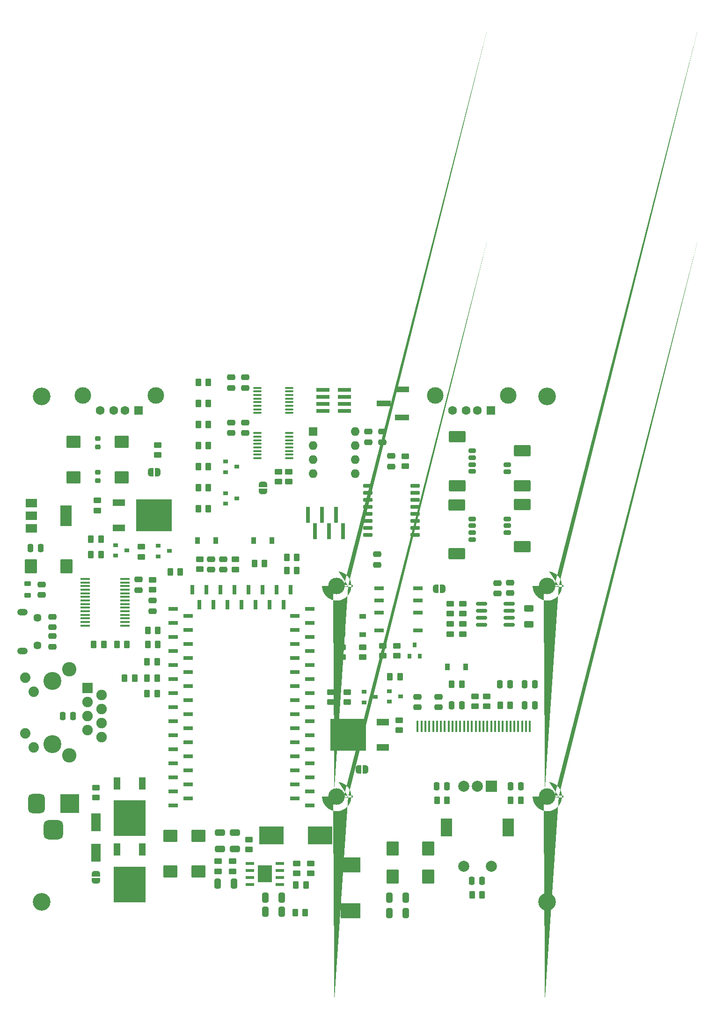
<source format=gbr>
%TF.GenerationSoftware,KiCad,Pcbnew,5.99.0-unknown-e950278637~142~ubuntu18.04.1*%
%TF.CreationDate,2021-10-25T23:56:18+03:00*%
%TF.ProjectId,cdf-1,6364662d-312e-46b6-9963-61645f706362,rev?*%
%TF.SameCoordinates,Original*%
%TF.FileFunction,Soldermask,Bot*%
%TF.FilePolarity,Negative*%
%FSLAX46Y46*%
G04 Gerber Fmt 4.6, Leading zero omitted, Abs format (unit mm)*
G04 Created by KiCad (PCBNEW 5.99.0-unknown-e950278637~142~ubuntu18.04.1) date 2021-10-25 23:56:18*
%MOMM*%
%LPD*%
G01*
G04 APERTURE LIST*
G04 Aperture macros list*
%AMRoundRect*
0 Rectangle with rounded corners*
0 $1 Rounding radius*
0 $2 $3 $4 $5 $6 $7 $8 $9 X,Y pos of 4 corners*
0 Add a 4 corners polygon primitive as box body*
4,1,4,$2,$3,$4,$5,$6,$7,$8,$9,$2,$3,0*
0 Add four circle primitives for the rounded corners*
1,1,$1+$1,$2,$3*
1,1,$1+$1,$4,$5*
1,1,$1+$1,$6,$7*
1,1,$1+$1,$8,$9*
0 Add four rect primitives between the rounded corners*
20,1,$1+$1,$2,$3,$4,$5,0*
20,1,$1+$1,$4,$5,$6,$7,0*
20,1,$1+$1,$6,$7,$8,$9,0*
20,1,$1+$1,$8,$9,$2,$3,0*%
%AMFreePoly0*
4,1,22,0.500000,-0.750000,0.000000,-0.750000,0.000000,-0.745033,-0.079941,-0.743568,-0.215256,-0.701293,-0.333266,-0.622738,-0.424486,-0.514219,-0.481581,-0.384460,-0.499164,-0.250000,-0.500000,-0.250000,-0.500000,0.250000,-0.499164,0.250000,-0.499963,0.256109,-0.478152,0.396186,-0.417904,0.524511,-0.324060,0.630769,-0.204165,0.706417,-0.067858,0.745374,0.000000,0.744959,0.000000,0.750000,
0.500000,0.750000,0.500000,-0.750000,0.500000,-0.750000,$1*%
%AMFreePoly1*
4,1,20,0.000000,0.744959,0.073905,0.744508,0.209726,0.703889,0.328688,0.626782,0.421226,0.519385,0.479903,0.390333,0.500000,0.250000,0.500000,-0.250000,0.499851,-0.262216,0.476331,-0.402017,0.414519,-0.529596,0.319384,-0.634700,0.198574,-0.708877,0.061801,-0.746166,0.000000,-0.745033,0.000000,-0.750000,-0.500000,-0.750000,-0.500000,0.750000,0.000000,0.750000,0.000000,0.744959,
0.000000,0.744959,$1*%
%AMFreePoly2*
4,1,96,-1.742867,2.629104,-1.429420,2.570161,-1.125325,2.473988,-0.834986,2.341979,-0.562609,2.176045,-0.312140,1.978591,-0.087206,1.752476,0.108934,1.500977,0.273439,1.227734,0.403927,0.936708,0.498506,0.632114,0.555807,0.318363,0.575000,0.000000,0.574419,-0.055497,0.548563,-0.373388,0.484703,-0.685870,0.383766,-0.988418,0.247213,-1.276647,0.077021,-1.546384,-0.124343,-1.793721,
-0.353963,-2.015076,-0.608512,-2.207241,-0.884305,-2.367434,-1.177345,-2.493334,-1.483387,-2.583117,-1.798000,-2.635483,-2.116624,-2.649673,-2.434646,-2.625482,-2.747459,-2.563260,-3.050530,-2.463908,-3.339471,-2.328865,-3.610095,-2.160089,-3.858483,-1.960022,-4.081037,-1.731565,-4.274533,-1.478025,-4.436167,-1.203075,-4.563600,-0.910698,-4.654984,-0.605130,-4.708997,-0.290796,-4.724855,0.027750,
-4.724216,0.036774,-3.579692,0.036774,-3.565493,-0.209475,-3.511266,-0.450099,-3.418468,-0.678634,-3.289589,-0.888945,-3.128092,-1.075382,-2.938313,-1.232939,-2.725350,-1.357385,-2.494921,-1.445377,-2.253215,-1.494553,-2.006722,-1.503592,-1.762064,-1.472250,-1.525809,-1.401370,-1.304303,-1.292856,-1.103495,-1.149621,-0.928777,-0.975512,-0.784842,-0.775205,-0.675555,-0.554079,-0.603851,-0.318074,
-0.571656,-0.073526,-0.569859,0.000000,-0.590070,0.245829,-0.650159,0.485055,-0.748514,0.711256,-0.882492,0.918355,-1.048496,1.100790,-1.242068,1.253664,-1.458008,1.372869,-1.690518,1.455206,-1.933354,1.498461,-2.179993,1.501475,-2.423813,1.464165,-2.658266,1.387534,-2.877054,1.273640,-3.074303,1.125542,-3.244714,0.947216,-3.383712,0.743452,-3.487564,0.519722,-3.553481,0.282035,
-3.579692,0.036774,-4.724216,0.036774,-4.702329,0.345894,-4.641745,0.659028,-4.543982,0.962616,-4.410454,1.252260,-4.243097,1.523764,-4.044334,1.773196,-3.817044,1.996943,-3.564521,2.191764,-3.290421,2.354836,-2.998716,2.483797,-2.693630,2.576780,-2.379583,2.632438,-2.061125,2.649964,-1.742867,2.629104,-1.742867,2.629104,$1*%
G04 Aperture macros list end*
%ADD10C,3.200000*%
%ADD11R,3.500000X3.500000*%
%ADD12RoundRect,0.750000X-0.750000X-1.000000X0.750000X-1.000000X0.750000X1.000000X-0.750000X1.000000X0*%
%ADD13RoundRect,0.875000X-0.875000X-0.875000X0.875000X-0.875000X0.875000X0.875000X-0.875000X0.875000X0*%
%ADD14R,1.600000X1.500000*%
%ADD15C,1.600000*%
%ADD16C,3.000000*%
%ADD17O,1.900000X1.200000*%
%ADD18C,1.450000*%
%ADD19R,1.600000X1.600000*%
%ADD20O,1.600000X1.600000*%
%ADD21C,3.250000*%
%ADD22C,2.600000*%
%ADD23C,1.890000*%
%ADD24R,1.900000X1.900000*%
%ADD25C,1.900000*%
%ADD26R,2.000000X2.000000*%
%ADD27C,2.000000*%
%ADD28R,2.000000X3.200000*%
%ADD29RoundRect,0.249999X1.025001X-0.875001X1.025001X0.875001X-1.025001X0.875001X-1.025001X-0.875001X0*%
%ADD30RoundRect,0.249999X0.650001X-0.325001X0.650001X0.325001X-0.650001X0.325001X-0.650001X-0.325001X0*%
%ADD31RoundRect,0.249999X0.325001X0.650001X-0.325001X0.650001X-0.325001X-0.650001X0.325001X-0.650001X0*%
%ADD32RoundRect,0.249999X-0.325001X-0.650001X0.325001X-0.650001X0.325001X0.650001X-0.325001X0.650001X0*%
%ADD33RoundRect,0.249999X-0.875001X-1.025001X0.875001X-1.025001X0.875001X1.025001X-0.875001X1.025001X0*%
%ADD34RoundRect,0.250000X-0.475000X0.250000X-0.475000X-0.250000X0.475000X-0.250000X0.475000X0.250000X0*%
%ADD35RoundRect,0.250000X0.475000X-0.250000X0.475000X0.250000X-0.475000X0.250000X-0.475000X-0.250000X0*%
%ADD36RoundRect,0.250000X0.250000X0.475000X-0.250000X0.475000X-0.250000X-0.475000X0.250000X-0.475000X0*%
%ADD37RoundRect,0.250000X-0.250000X-0.475000X0.250000X-0.475000X0.250000X0.475000X-0.250000X0.475000X0*%
%ADD38R,0.900000X1.200000*%
%ADD39R,1.200000X0.900000*%
%ADD40FreePoly0,0.000000*%
%ADD41FreePoly1,0.000000*%
%ADD42FreePoly0,180.000000*%
%ADD43FreePoly1,180.000000*%
%ADD44R,1.800000X0.800000*%
%ADD45R,0.900000X0.800000*%
%ADD46R,0.800000X0.900000*%
%ADD47RoundRect,0.249998X0.450002X-0.262502X0.450002X0.262502X-0.450002X0.262502X-0.450002X-0.262502X0*%
%ADD48RoundRect,0.249998X-0.450002X0.262502X-0.450002X-0.262502X0.450002X-0.262502X0.450002X0.262502X0*%
%ADD49RoundRect,0.249998X0.262502X0.450002X-0.262502X0.450002X-0.262502X-0.450002X0.262502X-0.450002X0*%
%ADD50RoundRect,0.249998X-0.262502X-0.450002X0.262502X-0.450002X0.262502X0.450002X-0.262502X0.450002X0*%
%ADD51RoundRect,0.249997X0.625003X-0.312503X0.625003X0.312503X-0.625003X0.312503X-0.625003X-0.312503X0*%
%ADD52R,1.750000X0.450000*%
%ADD53FreePoly0,90.000000*%
%ADD54FreePoly1,90.000000*%
%ADD55RoundRect,0.218750X0.381250X-0.218750X0.381250X0.218750X-0.381250X0.218750X-0.381250X-0.218750X0*%
%ADD56RoundRect,0.100000X0.637500X0.100000X-0.637500X0.100000X-0.637500X-0.100000X0.637500X-0.100000X0*%
%ADD57R,2.200000X1.200000*%
%ADD58R,6.400000X5.800000*%
%ADD59R,2.400000X0.740000*%
%ADD60R,2.510000X1.000000*%
%ADD61R,0.400000X2.000000*%
%ADD62R,0.650000X3.000000*%
%ADD63RoundRect,0.225000X0.250000X-0.225000X0.250000X0.225000X-0.250000X0.225000X-0.250000X-0.225000X0*%
%ADD64RoundRect,0.225000X-0.250000X0.225000X-0.250000X-0.225000X0.250000X-0.225000X0.250000X0.225000X0*%
%ADD65RoundRect,0.249999X-1.025001X0.875001X-1.025001X-0.875001X1.025001X-0.875001X1.025001X0.875001X0*%
%ADD66RoundRect,0.249999X-0.262501X-0.450001X0.262501X-0.450001X0.262501X0.450001X-0.262501X0.450001X0*%
%ADD67RoundRect,0.249999X0.262501X0.450001X-0.262501X0.450001X-0.262501X-0.450001X0.262501X-0.450001X0*%
%ADD68R,1.800000X0.650000*%
%ADD69R,0.650000X1.800000*%
%ADD70RoundRect,0.249999X-0.450001X0.262501X-0.450001X-0.262501X0.450001X-0.262501X0.450001X0.262501X0*%
%ADD71R,2.000000X1.500000*%
%ADD72R,2.000000X3.800000*%
%ADD73RoundRect,0.190000X-0.635000X-0.190000X0.635000X-0.190000X0.635000X0.190000X-0.635000X0.190000X0*%
%ADD74RoundRect,0.200000X-0.450000X0.200000X-0.450000X-0.200000X0.450000X-0.200000X0.450000X0.200000X0*%
%ADD75RoundRect,0.250001X-1.249999X0.799999X-1.249999X-0.799999X1.249999X-0.799999X1.249999X0.799999X0*%
%ADD76RoundRect,0.200000X0.450000X-0.200000X0.450000X0.200000X-0.450000X0.200000X-0.450000X-0.200000X0*%
%ADD77RoundRect,0.250001X1.249999X-0.799999X1.249999X0.799999X-1.249999X0.799999X-1.249999X-0.799999X0*%
%ADD78R,3.600000X2.700000*%
%ADD79R,4.500000X3.300000*%
%ADD80R,1.200000X2.200000*%
%ADD81R,5.800000X6.400000*%
%ADD82R,1.700000X3.300000*%
%ADD83R,1.550000X0.600000*%
%ADD84R,2.600000X3.100000*%
%ADD85FreePoly2,0.000000*%
%ADD86RoundRect,0.150000X-0.825000X-0.150000X0.825000X-0.150000X0.825000X0.150000X-0.825000X0.150000X0*%
%ADD87RoundRect,0.249999X0.450001X-0.262501X0.450001X0.262501X-0.450001X0.262501X-0.450001X-0.262501X0*%
G04 APERTURE END LIST*
D10*
%TO.C,H5*%
X157099000Y-52070000D03*
%TD*%
%TO.C,H6*%
X248539000Y-52070000D03*
%TD*%
%TO.C,H8*%
X157099000Y-143510000D03*
%TD*%
D11*
%TO.C,J3*%
X162179000Y-125730000D03*
D12*
X156179000Y-125730000D03*
D13*
X159179000Y-130430000D03*
%TD*%
D14*
%TO.C,J17*%
X238379000Y-54610000D03*
D15*
X235879000Y-54610000D03*
X233879000Y-54610000D03*
X231379000Y-54610000D03*
D16*
X228309000Y-51900000D03*
X241449000Y-51900000D03*
%TD*%
D10*
%TO.C,H7*%
X248539000Y-143510000D03*
%TD*%
D17*
%TO.C,J1*%
X153575500Y-98115000D03*
D18*
X156275500Y-92115000D03*
D17*
X153575500Y-91115000D03*
D18*
X156275500Y-97115000D03*
%TD*%
D19*
%TO.C,J10*%
X206146400Y-58420000D03*
D20*
X206146400Y-60960000D03*
X206146400Y-63500000D03*
X206146400Y-66040000D03*
X213766400Y-66040000D03*
X213766400Y-63500000D03*
X213766400Y-60960000D03*
X213766400Y-58420000D03*
%TD*%
D14*
%TO.C,J6*%
X174625000Y-54610000D03*
D15*
X172125000Y-54610000D03*
X170125000Y-54610000D03*
X167625000Y-54610000D03*
D16*
X177695000Y-51900000D03*
X164555000Y-51900000D03*
%TD*%
D21*
%TO.C,J7*%
X159014000Y-114935000D03*
X159014000Y-103505000D03*
D22*
X162064000Y-101445000D03*
X162064000Y-116995000D03*
D23*
X155634000Y-115545000D03*
X154114000Y-113005000D03*
X155634000Y-105435000D03*
X154114000Y-102895000D03*
D24*
X165354000Y-104775000D03*
D25*
X167894000Y-106045000D03*
X165354000Y-107315000D03*
X167894000Y-108585000D03*
X165354000Y-109855000D03*
X167894000Y-111125000D03*
X165354000Y-112395000D03*
X167894000Y-113665000D03*
%TD*%
D26*
%TO.C,SW2*%
X238429800Y-122555000D03*
D27*
X233429800Y-122555000D03*
X235929800Y-122555000D03*
D28*
X230329800Y-130055000D03*
X241529800Y-130055000D03*
D27*
X233429800Y-137055000D03*
X238429800Y-137055000D03*
%TD*%
D29*
%TO.C,C1*%
X180340000Y-137947000D03*
X180340000Y-131547000D03*
%TD*%
%TO.C,C5*%
X185420000Y-137947000D03*
X185420000Y-131547000D03*
%TD*%
D30*
%TO.C,C6*%
X189357000Y-133936000D03*
X189357000Y-130986000D03*
%TD*%
D31*
%TO.C,C7*%
X200484000Y-142748000D03*
X197534000Y-142748000D03*
%TD*%
D32*
%TO.C,C9*%
X188898000Y-140208000D03*
X191848000Y-140208000D03*
%TD*%
D33*
%TO.C,C11*%
X220574000Y-133858000D03*
X226974000Y-133858000D03*
%TD*%
D32*
%TO.C,C13*%
X220013000Y-142748000D03*
X222963000Y-142748000D03*
%TD*%
D33*
%TO.C,C16*%
X220574000Y-138938000D03*
X226974000Y-138938000D03*
%TD*%
D34*
%TO.C,C19*%
X157099000Y-86045000D03*
X157099000Y-87945000D03*
%TD*%
D35*
%TO.C,C21*%
X159004000Y-93787000D03*
X159004000Y-91887000D03*
%TD*%
D34*
%TO.C,C24*%
X216154000Y-58425000D03*
X216154000Y-60325000D03*
%TD*%
D36*
%TO.C,C25*%
X156906000Y-79502000D03*
X155006000Y-79502000D03*
%TD*%
D34*
%TO.C,C27*%
X218694000Y-58425000D03*
X218694000Y-60325000D03*
%TD*%
%TO.C,C28*%
X174625000Y-85156000D03*
X174625000Y-87056000D03*
%TD*%
%TO.C,C29*%
X177165000Y-88966000D03*
X177165000Y-90866000D03*
%TD*%
D37*
%TO.C,C36*%
X231206000Y-107950000D03*
X233106000Y-107950000D03*
%TD*%
D35*
%TO.C,C37*%
X225044000Y-108265000D03*
X225044000Y-106365000D03*
%TD*%
D34*
%TO.C,C38*%
X228854000Y-106365000D03*
X228854000Y-108265000D03*
%TD*%
D36*
%TO.C,C39*%
X246314000Y-107950000D03*
X244414000Y-107950000D03*
%TD*%
%TO.C,C42*%
X246314000Y-104140000D03*
X244414000Y-104140000D03*
%TD*%
%TO.C,C43*%
X241869000Y-104140000D03*
X239969000Y-104140000D03*
%TD*%
D35*
%TO.C,C45*%
X241808000Y-87625000D03*
X241808000Y-85725000D03*
%TD*%
D34*
%TO.C,C46*%
X239522000Y-85791000D03*
X239522000Y-87691000D03*
%TD*%
D38*
%TO.C,D6*%
X195454000Y-78105000D03*
X198754000Y-78105000D03*
%TD*%
%TO.C,D7*%
X185294000Y-78105000D03*
X188594000Y-78105000D03*
%TD*%
D39*
%TO.C,D14*%
X211455000Y-94995000D03*
X211455000Y-91695000D03*
%TD*%
%TO.C,D15*%
X215138000Y-95122000D03*
X215138000Y-91822000D03*
%TD*%
D38*
%TO.C,D16*%
X233806000Y-100965000D03*
X230506000Y-100965000D03*
%TD*%
D40*
%TO.C,JP9*%
X176769000Y-65786000D03*
D41*
X178069000Y-65786000D03*
%TD*%
D40*
%TO.C,JP13*%
X228331000Y-86868000D03*
D41*
X229631000Y-86868000D03*
%TD*%
D42*
%TO.C,JP15*%
X215661000Y-119507000D03*
D43*
X214361000Y-119507000D03*
%TD*%
D44*
%TO.C,K1*%
X218115000Y-94351000D03*
X218115000Y-91151000D03*
X218115000Y-88951000D03*
X218115000Y-86751000D03*
X225115000Y-86751000D03*
X225115000Y-88951000D03*
X225115000Y-91151000D03*
X225115000Y-94351000D03*
%TD*%
D45*
%TO.C,Q3*%
X170450000Y-80833000D03*
X170450000Y-78933000D03*
X172450000Y-79883000D03*
%TD*%
%TO.C,Q4*%
X190389000Y-71435000D03*
X190389000Y-69535000D03*
X192389000Y-70485000D03*
%TD*%
%TO.C,Q5*%
X178197000Y-80960000D03*
X178197000Y-79060000D03*
X180197000Y-80010000D03*
%TD*%
D46*
%TO.C,Q8*%
X225486000Y-99044000D03*
X223586000Y-99044000D03*
X224536000Y-97044000D03*
%TD*%
D45*
%TO.C,Q9*%
X215408000Y-107376000D03*
X215408000Y-105476000D03*
X217408000Y-106426000D03*
%TD*%
%TO.C,Q10*%
X219980000Y-107249000D03*
X219980000Y-105349000D03*
X221980000Y-106299000D03*
%TD*%
D47*
%TO.C,R5*%
X194564000Y-134008500D03*
X194564000Y-132183500D03*
%TD*%
D48*
%TO.C,R6*%
X191643000Y-136120500D03*
X191643000Y-137945500D03*
%TD*%
D47*
%TO.C,R7*%
X188976000Y-137945500D03*
X188976000Y-136120500D03*
%TD*%
D49*
%TO.C,R9*%
X197381500Y-82296000D03*
X195556500Y-82296000D03*
%TD*%
%TO.C,R17*%
X167790500Y-77851000D03*
X165965500Y-77851000D03*
%TD*%
D50*
%TO.C,R19*%
X165965500Y-80645000D03*
X167790500Y-80645000D03*
%TD*%
D47*
%TO.C,R23*%
X175133000Y-81049500D03*
X175133000Y-79224500D03*
%TD*%
D49*
%TO.C,R24*%
X187221500Y-64770000D03*
X185396500Y-64770000D03*
%TD*%
D47*
%TO.C,R25*%
X177165000Y-87018500D03*
X177165000Y-85193500D03*
%TD*%
D49*
%TO.C,R30*%
X172489500Y-96901000D03*
X170664500Y-96901000D03*
%TD*%
%TO.C,R31*%
X168298500Y-96901000D03*
X166473500Y-96901000D03*
%TD*%
%TO.C,R32*%
X177950500Y-102997000D03*
X176125500Y-102997000D03*
%TD*%
D47*
%TO.C,R33*%
X201803000Y-67460500D03*
X201803000Y-65635500D03*
%TD*%
%TO.C,R34*%
X221361000Y-98980000D03*
X221361000Y-97155000D03*
%TD*%
%TO.C,R35*%
X218821000Y-98956500D03*
X218821000Y-97131500D03*
%TD*%
%TO.C,R38*%
X211455000Y-99210500D03*
X211455000Y-97385500D03*
%TD*%
%TO.C,R39*%
X215138000Y-99210500D03*
X215138000Y-97385500D03*
%TD*%
D50*
%TO.C,R40*%
X231243500Y-104140000D03*
X233068500Y-104140000D03*
%TD*%
D49*
%TO.C,R42*%
X178077500Y-94361000D03*
X176252500Y-94361000D03*
%TD*%
D50*
%TO.C,R44*%
X176252500Y-96901000D03*
X178077500Y-96901000D03*
%TD*%
D47*
%TO.C,R45*%
X209423000Y-107338500D03*
X209423000Y-105513500D03*
%TD*%
D48*
%TO.C,R46*%
X248793000Y-91416500D03*
X248793000Y-93241500D03*
%TD*%
D51*
%TO.C,R47*%
X245237000Y-93283500D03*
X245237000Y-90358500D03*
%TD*%
D47*
%TO.C,R50*%
X212344000Y-107338500D03*
X212344000Y-105513500D03*
%TD*%
D49*
%TO.C,R51*%
X241831500Y-107950000D03*
X240006500Y-107950000D03*
%TD*%
D50*
%TO.C,R52*%
X220067500Y-102743000D03*
X221892500Y-102743000D03*
%TD*%
D47*
%TO.C,R53*%
X221742000Y-112418500D03*
X221742000Y-110593500D03*
%TD*%
%TO.C,R54*%
X231013000Y-91336500D03*
X231013000Y-89511500D03*
%TD*%
D48*
%TO.C,R55*%
X231013000Y-93194500D03*
X231013000Y-95019500D03*
%TD*%
%TO.C,R57*%
X233299000Y-89511500D03*
X233299000Y-91336500D03*
%TD*%
D47*
%TO.C,R58*%
X233299000Y-95019500D03*
X233299000Y-93194500D03*
%TD*%
D52*
%TO.C,U3*%
X172129000Y-85056000D03*
X172129000Y-85706000D03*
X172129000Y-86356000D03*
X172129000Y-87006000D03*
X172129000Y-87656000D03*
X172129000Y-88306000D03*
X172129000Y-88956000D03*
X172129000Y-89606000D03*
X172129000Y-90256000D03*
X172129000Y-90906000D03*
X172129000Y-91556000D03*
X172129000Y-92206000D03*
X172129000Y-92856000D03*
X172129000Y-93506000D03*
X164929000Y-93506000D03*
X164929000Y-92856000D03*
X164929000Y-92206000D03*
X164929000Y-91556000D03*
X164929000Y-90906000D03*
X164929000Y-90256000D03*
X164929000Y-89606000D03*
X164929000Y-88956000D03*
X164929000Y-88306000D03*
X164929000Y-87656000D03*
X164929000Y-87006000D03*
X164929000Y-86356000D03*
X164929000Y-85706000D03*
X164929000Y-85056000D03*
%TD*%
D53*
%TO.C,JP7*%
X197104000Y-69230000D03*
D54*
X197104000Y-67930000D03*
%TD*%
D55*
%TO.C,FB1*%
X154559000Y-88057500D03*
X154559000Y-85932500D03*
%TD*%
D56*
%TO.C,U4*%
X201871500Y-58685000D03*
X201871500Y-59335000D03*
X201871500Y-59985000D03*
X201871500Y-60635000D03*
X201871500Y-61285000D03*
X201871500Y-61935000D03*
X201871500Y-62585000D03*
X201871500Y-63235000D03*
X196146500Y-63235000D03*
X196146500Y-62585000D03*
X196146500Y-61935000D03*
X196146500Y-61285000D03*
X196146500Y-60635000D03*
X196146500Y-59985000D03*
X196146500Y-59335000D03*
X196146500Y-58685000D03*
%TD*%
D57*
%TO.C,Q11*%
X218830000Y-111004000D03*
D58*
X212530000Y-113284000D03*
D57*
X218830000Y-115564000D03*
%TD*%
%TO.C,Q7*%
X171060000Y-75813000D03*
D58*
X177360000Y-73533000D03*
D57*
X171060000Y-71253000D03*
%TD*%
D35*
%TO.C,C30*%
X191389000Y-58685000D03*
X191389000Y-56785000D03*
%TD*%
D59*
%TO.C,J12*%
X211896400Y-50850000D03*
X207996400Y-50850000D03*
X211896400Y-52120000D03*
X207996400Y-52120000D03*
X211896400Y-53390000D03*
X207996400Y-53390000D03*
X211896400Y-54660000D03*
X207996400Y-54660000D03*
%TD*%
D56*
%TO.C,U5*%
X201871500Y-50480000D03*
X201871500Y-51130000D03*
X201871500Y-51780000D03*
X201871500Y-52430000D03*
X201871500Y-53080000D03*
X201871500Y-53730000D03*
X201871500Y-54380000D03*
X201871500Y-55030000D03*
X196146500Y-55030000D03*
X196146500Y-54380000D03*
X196146500Y-53730000D03*
X196146500Y-53080000D03*
X196146500Y-52430000D03*
X196146500Y-51780000D03*
X196146500Y-51130000D03*
X196146500Y-50480000D03*
%TD*%
D35*
%TO.C,C34*%
X193929000Y-50480000D03*
X193929000Y-48580000D03*
%TD*%
%TO.C,C31*%
X191389000Y-50480000D03*
X191389000Y-48580000D03*
%TD*%
%TO.C,C32*%
X193929000Y-58685000D03*
X193929000Y-56785000D03*
%TD*%
D49*
%TO.C,R16*%
X204747500Y-145415000D03*
X202922500Y-145415000D03*
%TD*%
D45*
%TO.C,Q6*%
X190389000Y-65720000D03*
X190389000Y-63820000D03*
X192389000Y-64770000D03*
%TD*%
D50*
%TO.C,R22*%
X185396500Y-68580000D03*
X187221500Y-68580000D03*
%TD*%
D47*
%TO.C,R37*%
X199898000Y-67460500D03*
X199898000Y-65635500D03*
%TD*%
D50*
%TO.C,R21*%
X185396500Y-53340000D03*
X187221500Y-53340000D03*
%TD*%
%TO.C,R18*%
X185396500Y-60960000D03*
X187221500Y-60960000D03*
%TD*%
D49*
%TO.C,R28*%
X187221500Y-72390000D03*
X185396500Y-72390000D03*
%TD*%
D50*
%TO.C,R20*%
X185396500Y-49530000D03*
X187221500Y-49530000D03*
%TD*%
%TO.C,R26*%
X185396500Y-57150000D03*
X187221500Y-57150000D03*
%TD*%
D60*
%TO.C,JP10*%
X222254000Y-50800000D03*
X218944000Y-53340000D03*
X222254000Y-55880000D03*
%TD*%
D49*
%TO.C,R59*%
X182141500Y-83820000D03*
X180316500Y-83820000D03*
%TD*%
D48*
%TO.C,R27*%
X167132000Y-70866000D03*
X167132000Y-72691000D03*
%TD*%
D47*
%TO.C,R29*%
X178054000Y-62634500D03*
X178054000Y-60809500D03*
%TD*%
D61*
%TO.C,U7*%
X225104800Y-111760000D03*
X225804800Y-111760000D03*
X226504800Y-111760000D03*
X227204800Y-111760000D03*
X227904800Y-111760000D03*
X228604800Y-111760000D03*
X229304800Y-111760000D03*
X230004800Y-111760000D03*
X230704800Y-111760000D03*
X231404800Y-111760000D03*
X232104800Y-111760000D03*
X232804800Y-111760000D03*
X233504800Y-111760000D03*
X234204800Y-111760000D03*
X234904800Y-111760000D03*
X235604800Y-111760000D03*
X236304800Y-111760000D03*
X237004800Y-111760000D03*
X237704800Y-111760000D03*
X238404800Y-111760000D03*
X239104800Y-111760000D03*
X239804800Y-111760000D03*
X240504800Y-111760000D03*
X241204800Y-111760000D03*
X241904800Y-111760000D03*
X242604800Y-111760000D03*
X243304800Y-111760000D03*
X244004800Y-111760000D03*
X244704800Y-111760000D03*
X245404800Y-111760000D03*
%TD*%
D62*
%TO.C,J11*%
X205232000Y-73430000D03*
X206502000Y-76430000D03*
X207772000Y-73430000D03*
X209042000Y-76430000D03*
X210312000Y-73430000D03*
X211582000Y-76430000D03*
%TD*%
D36*
%TO.C,C12*%
X162748000Y-109855000D03*
X160848000Y-109855000D03*
%TD*%
D63*
%TO.C,C14*%
X167259000Y-61227000D03*
X167259000Y-59677000D03*
%TD*%
D29*
%TO.C,C15*%
X171577000Y-66700000D03*
X171577000Y-60300000D03*
%TD*%
D64*
%TO.C,C17*%
X167259000Y-65773000D03*
X167259000Y-67323000D03*
%TD*%
D65*
%TO.C,C18*%
X162814000Y-60300000D03*
X162814000Y-66700000D03*
%TD*%
D66*
%TO.C,R1*%
X176125500Y-105791000D03*
X177950500Y-105791000D03*
%TD*%
D67*
%TO.C,R2*%
X177974000Y-100076000D03*
X176149000Y-100076000D03*
%TD*%
D66*
%TO.C,R10*%
X201398500Y-81153000D03*
X203223500Y-81153000D03*
%TD*%
%TO.C,R11*%
X201398500Y-83566000D03*
X203223500Y-83566000D03*
%TD*%
D67*
%TO.C,R15*%
X173886500Y-102997000D03*
X172061500Y-102997000D03*
%TD*%
D68*
%TO.C,U2*%
X180849000Y-126040000D03*
X183549000Y-124770000D03*
X180849000Y-123500000D03*
X183549000Y-122230000D03*
X180849000Y-120960000D03*
X183549000Y-119690000D03*
X180849000Y-118420000D03*
X183549000Y-117150000D03*
X180849000Y-115880000D03*
X183549000Y-114610000D03*
X180849000Y-113340000D03*
X183549000Y-112070000D03*
X180849000Y-110800000D03*
X183549000Y-109530000D03*
X180849000Y-108260000D03*
X183549000Y-106990000D03*
X180849000Y-105720000D03*
X183549000Y-104450000D03*
X180849000Y-103180000D03*
X183549000Y-101910000D03*
X180849000Y-100640000D03*
X183549000Y-99370000D03*
X180849000Y-98100000D03*
X183549000Y-96830000D03*
X180849000Y-95560000D03*
X183549000Y-94290000D03*
X180849000Y-93020000D03*
X183549000Y-91750000D03*
X180849000Y-90480000D03*
D69*
X184299000Y-87010000D03*
X185569000Y-89710000D03*
X186839000Y-87010000D03*
X188109000Y-89710000D03*
X189379000Y-87010000D03*
X190649000Y-89710000D03*
X191919000Y-87010000D03*
X193189000Y-89710000D03*
X194459000Y-87010000D03*
X195729000Y-89710000D03*
X196999000Y-87010000D03*
X198269000Y-89710000D03*
X199539000Y-87010000D03*
X200809000Y-89710000D03*
X202079000Y-87010000D03*
D68*
X205549000Y-90480000D03*
X202849000Y-91750000D03*
X205549000Y-93020000D03*
X202849000Y-94290000D03*
X205549000Y-95560000D03*
X202849000Y-96830000D03*
X205549000Y-98100000D03*
X202849000Y-99370000D03*
X205549000Y-100640000D03*
X202849000Y-101910000D03*
X205549000Y-103180000D03*
X202849000Y-104450000D03*
X205549000Y-105720000D03*
X202849000Y-106990000D03*
X205549000Y-108260000D03*
X202849000Y-109530000D03*
X205549000Y-110800000D03*
X202849000Y-112070000D03*
X205549000Y-113340000D03*
X202849000Y-114610000D03*
X205549000Y-115880000D03*
X202849000Y-117150000D03*
X205549000Y-118420000D03*
X202849000Y-119690000D03*
X205549000Y-120960000D03*
X202849000Y-122230000D03*
X205549000Y-123500000D03*
X202849000Y-124770000D03*
X205549000Y-126040000D03*
%TD*%
D33*
%TO.C,C22*%
X155169000Y-82804000D03*
X161569000Y-82804000D03*
%TD*%
D35*
%TO.C,C4*%
X189907300Y-83373000D03*
X189907300Y-81473000D03*
%TD*%
D70*
%TO.C,R3*%
X192151000Y-81510500D03*
X192151000Y-83335500D03*
%TD*%
D34*
%TO.C,C2*%
X187706000Y-81473000D03*
X187706000Y-83373000D03*
%TD*%
D71*
%TO.C,U9*%
X155219000Y-75960000D03*
D72*
X161519000Y-73660000D03*
D71*
X155219000Y-73660000D03*
X155219000Y-71360000D03*
%TD*%
D34*
%TO.C,C35*%
X220345000Y-62804000D03*
X220345000Y-64704000D03*
%TD*%
%TO.C,C33*%
X217805000Y-80584000D03*
X217805000Y-82484000D03*
%TD*%
D47*
%TO.C,R36*%
X222885000Y-64666500D03*
X222885000Y-62841500D03*
%TD*%
D73*
%TO.C,U6*%
X216090000Y-77089000D03*
X216090000Y-75819000D03*
X216090000Y-74549000D03*
X216090000Y-73279000D03*
X216090000Y-72009000D03*
X216090000Y-70739000D03*
X216090000Y-69469000D03*
X216090000Y-68199000D03*
X224600000Y-68199000D03*
X224600000Y-69469000D03*
X224600000Y-70739000D03*
X224600000Y-72009000D03*
X224600000Y-73279000D03*
X224600000Y-74549000D03*
X224600000Y-75819000D03*
X224600000Y-77089000D03*
%TD*%
D74*
%TO.C,J18*%
X241320000Y-64399000D03*
X241320000Y-65649000D03*
D75*
X244070000Y-61849000D03*
X244070000Y-68199000D03*
%TD*%
D76*
%TO.C,J19*%
X234972000Y-65629000D03*
X234972000Y-64379000D03*
X234972000Y-63129000D03*
X234972000Y-61879000D03*
D77*
X232222000Y-59329000D03*
X232222000Y-68179000D03*
%TD*%
D78*
%TO.C,L1*%
X212979000Y-136820000D03*
X212979000Y-145120000D03*
%TD*%
D79*
%TO.C,D2*%
X207473000Y-131445000D03*
X198673000Y-131445000D03*
%TD*%
D80*
%TO.C,Q1*%
X170693000Y-134011000D03*
D81*
X172973000Y-140311000D03*
D80*
X175253000Y-134011000D03*
%TD*%
%TO.C,Q2*%
X170694000Y-122038000D03*
D81*
X172974000Y-128338000D03*
D80*
X175254000Y-122038000D03*
%TD*%
D47*
%TO.C,R14*%
X166878000Y-124610500D03*
X166878000Y-122785500D03*
%TD*%
D82*
%TO.C,D4*%
X166878000Y-134576000D03*
X166878000Y-129076000D03*
%TD*%
D53*
%TO.C,JP2*%
X166878000Y-139700000D03*
D54*
X166878000Y-138400000D03*
%TD*%
D32*
%TO.C,C10*%
X220013000Y-145542000D03*
X222963000Y-145542000D03*
%TD*%
D48*
%TO.C,R13*%
X203200000Y-136501500D03*
X203200000Y-138326500D03*
%TD*%
D47*
%TO.C,R12*%
X205740000Y-138326500D03*
X205740000Y-136501500D03*
%TD*%
D30*
%TO.C,C3*%
X192024000Y-133936000D03*
X192024000Y-130986000D03*
%TD*%
D83*
%TO.C,U1*%
X194785000Y-140335000D03*
X194785000Y-139065000D03*
X194785000Y-137795000D03*
X194785000Y-136525000D03*
X200185000Y-136525000D03*
X200185000Y-137795000D03*
X200185000Y-139065000D03*
X200185000Y-140335000D03*
D84*
X197485000Y-138430000D03*
%TD*%
D31*
%TO.C,C8*%
X200484000Y-145288000D03*
X197534000Y-145288000D03*
%TD*%
D50*
%TO.C,R8*%
X203049500Y-140462000D03*
X204874500Y-140462000D03*
%TD*%
D36*
%TO.C,C44*%
X236789000Y-139700000D03*
X234889000Y-139700000D03*
%TD*%
%TO.C,C41*%
X230439000Y-122555000D03*
X228539000Y-122555000D03*
%TD*%
D49*
%TO.C,R56*%
X236751500Y-142240000D03*
X234926500Y-142240000D03*
%TD*%
D36*
%TO.C,C40*%
X243774000Y-122555000D03*
X241874000Y-122555000D03*
%TD*%
D50*
%TO.C,R49*%
X228576500Y-125095000D03*
X230401500Y-125095000D03*
%TD*%
D16*
%TO.C,H4*%
X210439000Y-124460000D03*
D85*
X212514000Y-124460000D03*
%TD*%
D16*
%TO.C,H2*%
X248539000Y-86360000D03*
D85*
X250614000Y-86360000D03*
%TD*%
D16*
%TO.C,H3*%
X248539000Y-124460000D03*
D85*
X250614000Y-124460000D03*
%TD*%
D16*
%TO.C,H1*%
X210439000Y-86360000D03*
D85*
X212514000Y-86360000D03*
%TD*%
D74*
%TO.C,J16*%
X241320000Y-74188000D03*
X241320000Y-75438000D03*
X241320000Y-76688000D03*
D75*
X244070000Y-71638000D03*
X244070000Y-79238000D03*
%TD*%
D76*
%TO.C,J14*%
X234930000Y-77948000D03*
X234930000Y-76698000D03*
X234930000Y-75448000D03*
X234930000Y-74198000D03*
D77*
X232180000Y-80498000D03*
X232180000Y-71648000D03*
%TD*%
D86*
%TO.C,U8*%
X236666000Y-93345000D03*
X236666000Y-92075000D03*
X236666000Y-90805000D03*
X236666000Y-89535000D03*
X241616000Y-89535000D03*
X241616000Y-90805000D03*
X241616000Y-92075000D03*
X241616000Y-93345000D03*
%TD*%
D50*
%TO.C,R48*%
X241911500Y-125095000D03*
X243736500Y-125095000D03*
%TD*%
D48*
%TO.C,R43*%
X235458000Y-106275500D03*
X235458000Y-108100500D03*
%TD*%
D47*
%TO.C,R41*%
X237617000Y-108100500D03*
X237617000Y-106275500D03*
%TD*%
D34*
%TO.C,C20*%
X159004000Y-95430000D03*
X159004000Y-97330000D03*
%TD*%
D87*
%TO.C,R4*%
X185674000Y-83312000D03*
X185674000Y-81487000D03*
%TD*%
M02*

</source>
